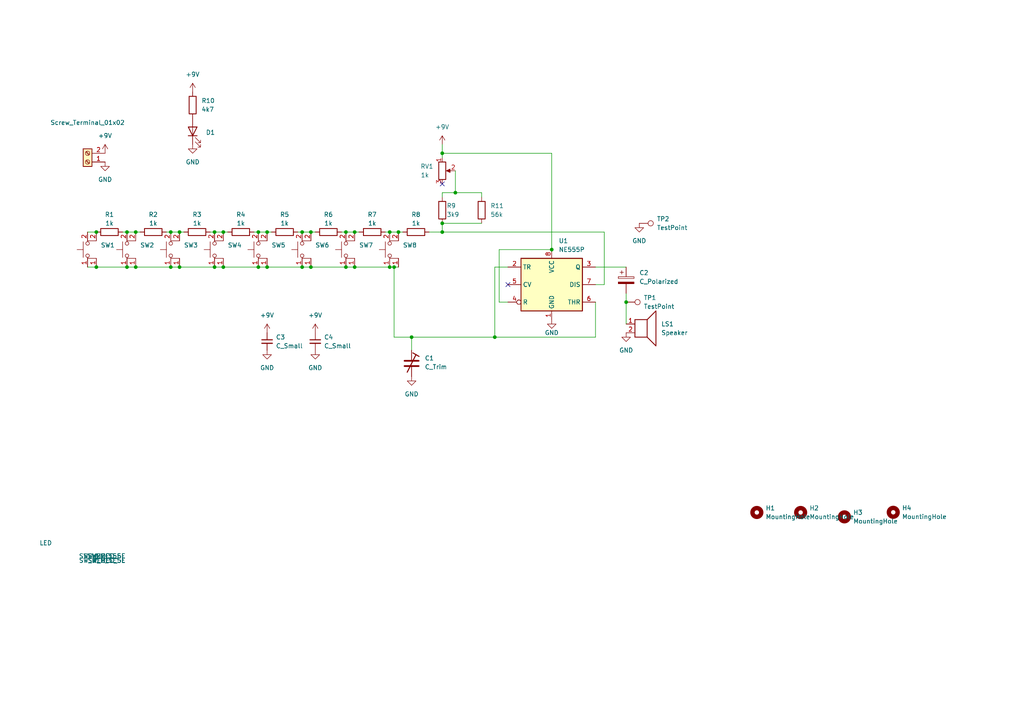
<source format=kicad_sch>
(kicad_sch (version 20230121) (generator eeschema)
  (paper "A4")
  (lib_symbols
    (symbol "Connector:Screw_Terminal_01x02" (pin_names (offset 1.016) hide)
      (property "Reference" "J" (at 0 2.54 0))
      (property "Value" "Screw_Terminal_01x02" (at 0 -5.08 0))
      (symbol "Screw_Terminal_01x02_1_1"
        (rectangle (start -1.27 1.27) (end 1.27 -3.81) (stroke (width 0.254)) (fill (type background)))
        (circle (center 0 -2.54) (radius 0.635) (stroke (width 0.1524)))
        (polyline (pts (xy -0.5334 -2.2098) (xy 0.3302 -3.048)) (stroke (width 0.1524)))
        (polyline (pts (xy -0.5334 0.3302) (xy 0.3302 -0.508)) (stroke (width 0.1524)))
        (polyline (pts (xy -0.3556 -2.032) (xy 0.508 -2.8702)) (stroke (width 0.1524)))
        (polyline (pts (xy -0.3556 0.508) (xy 0.508 -0.3302)) (stroke (width 0.1524)))
        (circle (center 0 0) (radius 0.635) (stroke (width 0.1524)))
        (pin passive line (at -5.08 0 0) (length 3.81) (name "Pin_1") (number "1"))
        (pin passive line (at -5.08 -2.54 0) (length 3.81) (name "Pin_2") (number "2"))
      )
    )
    (symbol "Connector:TestPoint" (pin_numbers hide) (pin_names (offset 0.762) hide)
      (property "Reference" "TP" (at 0 6.858 0))
      (property "Value" "TestPoint" (at 0 5.08 0))
      (symbol "TestPoint_0_1"
        (circle (center 0 3.302) (radius 0.762))
      )
      (symbol "TestPoint_1_1"
        (pin passive line (at 0 0 90) (length 2.54) (name "1") (number "1"))
      )
    )
    (symbol "Device:C_Polarized" (pin_numbers hide) (pin_names (offset 0.254))
      (property "Reference" "C" (at 0.635 2.54 0))
      (property "Value" "C_Polarized" (at 0.635 -2.54 0))
      (symbol "C_Polarized_0_1"
        (rectangle (start -2.286 0.508) (end 2.286 1.016))
        (polyline (pts (xy -1.778 2.286) (xy -0.762 2.286)))
        (polyline (pts (xy -1.27 2.794) (xy -1.27 1.778)))
        (rectangle (start 2.286 -0.508) (end -2.286 -1.016) (fill (type outline)))
      )
      (symbol "C_Polarized_1_1"
        (pin passive line (at 0 3.81 270) (length 2.794) (name "~") (number "1"))
        (pin passive line (at 0 -3.81 90) (length 2.794) (name "~") (number "2"))
      )
    )
    (symbol "Device:C_Small" (pin_numbers hide) (pin_names (offset 0.254) hide)
      (property "Reference" "C" (at 0.254 1.778 0))
      (property "Value" "C_Small" (at 0.254 -2.032 0))
      (symbol "C_Small_0_1"
        (polyline (pts (xy -1.524 -0.508) (xy 1.524 -0.508)) (stroke (width 0.3302)))
        (polyline (pts (xy -1.524 0.508) (xy 1.524 0.508)) (stroke (width 0.3048)))
      )
      (symbol "C_Small_1_1"
        (pin passive line (at 0 2.54 270) (length 2.032) (name "~") (number "1"))
        (pin passive line (at 0 -2.54 90) (length 2.032) (name "~") (number "2"))
      )
    )
    (symbol "Device:C_Trim" (pin_numbers hide) (pin_names (offset 0.254) hide)
      (property "Reference" "C" (at 1.524 -2.032 0))
      (property "Value" "C_Trim" (at 3.048 -3.556 0))
      (symbol "C_Trim_0_1"
        (polyline (pts (xy -2.032 -0.762) (xy 2.032 -0.762)) (stroke (width 0.508)))
        (polyline (pts (xy -2.032 0.762) (xy 2.032 0.762)) (stroke (width 0.508)))
        (polyline (pts (xy 1.27 2.54) (xy -1.27 -2.54)) (stroke (width 0.3048)))
        (polyline (pts (xy 1.27 2.54) (xy 0.381 3.048)) (stroke (width 0.3048)))
        (polyline (pts (xy 1.27 2.54) (xy 2.159 2.032)) (stroke (width 0.3048)))
      )
      (symbol "C_Trim_1_1"
        (pin passive line (at 0 3.81 270) (length 3.048) (name "~") (number "1"))
        (pin passive line (at 0 -3.81 90) (length 3.048) (name "~") (number "2"))
      )
    )
    (symbol "Device:LED" (pin_numbers hide) (pin_names (offset 1.016) hide)
      (property "Reference" "D" (at 0 2.54 0))
      (property "Value" "LED" (at 0 -2.54 0))
      (symbol "LED_0_1"
        (polyline (pts (xy -1.27 -1.27) (xy -1.27 1.27)) (stroke (width 0.254)))
        (polyline (pts (xy -1.27 0) (xy 1.27 0)))
        (polyline (pts (xy 1.27 -1.27) (xy 1.27 1.27) (xy -1.27 0) (xy 1.27 -1.27)) (stroke (width 0.254)))
        (polyline (pts (xy -3.048 -0.762) (xy -4.572 -2.286) (xy -3.81 -2.286) (xy -4.572 -2.286) (xy -4.572 -1.524)))
        (polyline (pts (xy -1.778 -0.762) (xy -3.302 -2.286) (xy -2.54 -2.286) (xy -3.302 -2.286) (xy -3.302 -1.524)))
      )
      (symbol "LED_1_1"
        (pin passive line (at -3.81 0 0) (length 2.54) (name "K") (number "1"))
        (pin passive line (at 3.81 0 180) (length 2.54) (name "A") (number "2"))
      )
    )
    (symbol "Device:R" (pin_numbers hide) (pin_names (offset 0))
      (property "Reference" "R" (at 2.032 0 90))
      (property "Value" "R" (at 0 0 90))
      (symbol "R_0_1"
        (rectangle (start -1.016 -2.54) (end 1.016 2.54) (stroke (width 0.254)))
      )
      (symbol "R_1_1"
        (pin passive line (at 0 3.81 270) (length 1.27) (name "~") (number "1"))
        (pin passive line (at 0 -3.81 90) (length 1.27) (name "~") (number "2"))
      )
    )
    (symbol "Device:R_Potentiometer" (pin_names (offset 1.016) hide)
      (property "Reference" "RV" (at -4.445 0 90))
      (property "Value" "R_Potentiometer" (at -2.54 0 90))
      (symbol "R_Potentiometer_0_1"
        (polyline (pts (xy 2.54 0) (xy 1.524 0)))
        (polyline (pts (xy 1.143 0) (xy 2.286 0.508) (xy 2.286 -0.508) (xy 1.143 0)) (fill (type outline)))
        (rectangle (start 1.016 2.54) (end -1.016 -2.54) (stroke (width 0.254)))
      )
      (symbol "R_Potentiometer_1_1"
        (pin passive line (at 0 3.81 270) (length 1.27) (name "1") (number "1"))
        (pin passive line (at 3.81 0 180) (length 1.27) (name "2") (number "2"))
        (pin passive line (at 0 -3.81 90) (length 1.27) (name "3") (number "3"))
      )
    )
    (symbol "Device:Speaker" (pin_names (offset 0) hide)
      (property "Reference" "LS" (at 1.27 5.715 0))
      (property "Value" "Speaker" (at 1.27 3.81 0))
      (symbol "Speaker_0_0"
        (rectangle (start -2.54 1.27) (end 1.016 -3.81) (stroke (width 0.254)))
        (polyline (pts (xy 1.016 1.27) (xy 3.556 3.81) (xy 3.556 -6.35) (xy 1.016 -3.81)) (stroke (width 0.254)))
      )
      (symbol "Speaker_1_1"
        (pin input line (at -5.08 0 0) (length 2.54) (name "1") (number "1"))
        (pin input line (at -5.08 -2.54 0) (length 2.54) (name "2") (number "2"))
      )
    )
    (symbol "Mechanical:MountingHole" (pin_names (offset 1.016))
      (property "Reference" "H" (at 0 5.08 0))
      (property "Value" "MountingHole" (at 0 3.175 0))
      (symbol "MountingHole_0_1"
        (circle (center 0 0) (radius 1.27) (stroke (width 1.27)))
      )
    )
    (symbol "Switch:SW_MEC_5E" (pin_names (offset 1.016) hide)
      (property "Reference" "SW?" (at 0 10.16 0))
      (property "Value" "SW_MEC_5E" (at 0 7.62 0))
      (symbol "SW_MEC_5E_0_1"
        (circle (center -1.778 2.54) (radius 0.508))
        (polyline (pts (xy -2.286 3.81) (xy 2.286 3.81)))
        (polyline (pts (xy 0 3.81) (xy 0 5.588)))
        (polyline (pts (xy -2.54 0) (xy -2.54 2.54) (xy -2.286 2.54)))
        (polyline (pts (xy 2.54 0) (xy 2.54 2.54) (xy 2.286 2.54)))
        (circle (center 1.778 2.54) (radius 0.508))
        (pin passive line (at -5.08 0 0) (length 2.54) (name "1") (number "1"))
        (pin passive line (at -5.08 2.54 0) (length 2.54) (name "1") (number "1"))
        (pin passive line (at 5.08 0 180) (length 2.54) (name "2") (number "2"))
        (pin passive line (at 5.08 2.54 180) (length 2.54) (name "2") (number "2"))
      )
    )
    (symbol "Timer:NE555P"
      (property "Reference" "U" (at -10.16 8.89 0))
      (property "Value" "NE555P" (at 2.54 8.89 0))
      (symbol "NE555P_0_0"
        (pin power_in line (at 0 -10.16 90) (length 2.54) (name "GND") (number "1"))
        (pin power_in line (at 0 10.16 270) (length 2.54) (name "VCC") (number "8"))
      )
      (symbol "NE555P_0_1"
        (rectangle (start -8.89 -7.62) (end 8.89 7.62) (stroke (width 0.254)) (fill (type background)))
        (rectangle (start -8.89 -7.62) (end 8.89 7.62) (stroke (width 0.254)) (fill (type background)))
      )
      (symbol "NE555P_1_1"
        (pin input line (at -12.7 5.08 0) (length 3.81) (name "TR") (number "2"))
        (pin output line (at 12.7 5.08 180) (length 3.81) (name "Q") (number "3"))
        (pin input inverted (at -12.7 -5.08 0) (length 3.81) (name "R") (number "4"))
        (pin input line (at -12.7 0 0) (length 3.81) (name "CV") (number "5"))
        (pin input line (at 12.7 -5.08 180) (length 3.81) (name "THR") (number "6"))
        (pin input line (at 12.7 0 180) (length 3.81) (name "DIS") (number "7"))
      )
    )
    (symbol "power:+9V" (power) (pin_names (offset 0))
      (property "Value" "+9V" (at 0 3.556 0))
      (symbol "+9V_0_1"
        (polyline (pts (xy -0.762 1.27) (xy 0 2.54)))
        (polyline (pts (xy 0 0) (xy 0 2.54)))
        (polyline (pts (xy 0 2.54) (xy 0.762 1.27)))
      )
      (symbol "+9V_1_1"
        (pin power_in line (at 0 0 90) (length 0) hide (name "+9V") (number "1"))
      )
    )
    (symbol "power:GND" (power) (pin_names (offset 0))
      (property "Value" "GND" (at 0 -3.81 0))
      (symbol "GND_0_1"
        (polyline (pts (xy 0 0) (xy 0 -1.27) (xy 1.27 -1.27) (xy 0 -2.54) (xy -1.27 -1.27) (xy 0 -1.27)))
      )
      (symbol "GND_1_1"
        (pin power_in line (at 0 0 270) (length 0) hide (name "GND") (number "1"))
      )
    )
  )
  (junction (at 128.27 44.45))
  (junction (at 74.93 77.47))
  (junction (at 128.27 67.31))
  (junction (at 90.17 77.47))
  (junction (at 100.33 67.31))
  (junction (at 27.94 77.47))
  (junction (at 119.38 97.79))
  (junction (at 62.23 67.31))
  (junction (at 114.3 77.47))
  (junction (at 27.94 67.31))
  (junction (at 49.53 67.31))
  (junction (at 62.23 77.47))
  (junction (at 39.37 77.47))
  (junction (at 115.57 67.31))
  (junction (at 49.53 77.47))
  (junction (at 36.83 67.31))
  (junction (at 87.63 67.31))
  (junction (at 87.63 77.47))
  (junction (at 128.27 64.77))
  (junction (at 52.07 67.31))
  (junction (at 132.08 55.88))
  (junction (at 160.02 72.39))
  (junction (at 113.03 67.31))
  (junction (at 64.77 67.31))
  (junction (at 36.83 77.47))
  (junction (at 181.61 87.63))
  (junction (at 102.87 77.47))
  (junction (at 77.47 77.47))
  (junction (at 113.03 77.47))
  (junction (at 102.87 67.31))
  (junction (at 90.17 67.31))
  (junction (at 100.33 77.47))
  (junction (at 52.07 77.47))
  (junction (at 74.93 67.31))
  (junction (at 143.51 97.79))
  (junction (at 77.47 67.31))
  (junction (at 39.37 67.31))
  (junction (at 64.77 77.47))
  (no_connect (at 128.27 53.34))
  (no_connect (at 147.32 82.55))
  (wire (pts (xy 64.77 77.47) (xy 74.93 77.47)))
  (wire (pts (xy 25.4 67.31) (xy 27.94 67.31)))
  (wire (pts (xy 36.83 67.31) (xy 39.37 67.31)))
  (wire (pts (xy 144.78 72.39) (xy 160.02 72.39)))
  (wire (pts (xy 144.78 87.63) (xy 144.78 72.39)))
  (wire (pts (xy 147.32 77.47) (xy 143.51 77.47)))
  (wire (pts (xy 114.3 77.47) (xy 114.3 97.79)))
  (wire (pts (xy 175.26 67.31) (xy 175.26 82.55)))
  (wire (pts (xy 60.96 67.31) (xy 62.23 67.31)))
  (wire (pts (xy 52.07 67.31) (xy 53.34 67.31)))
  (wire (pts (xy 128.27 55.88) (xy 128.27 57.15)))
  (wire (pts (xy 128.27 44.45) (xy 160.02 44.45)))
  (wire (pts (xy 143.51 97.79) (xy 172.72 97.79)))
  (wire (pts (xy 49.53 77.47) (xy 52.07 77.47)))
  (wire (pts (xy 128.27 41.91) (xy 128.27 44.45)))
  (wire (pts (xy 48.26 67.31) (xy 49.53 67.31)))
  (wire (pts (xy 132.08 49.53) (xy 132.08 55.88)))
  (wire (pts (xy 73.66 67.31) (xy 74.93 67.31)))
  (wire (pts (xy 119.38 101.6) (xy 119.38 97.79)))
  (wire (pts (xy 114.3 77.47) (xy 115.57 77.47)))
  (wire (pts (xy 35.56 67.31) (xy 36.83 67.31)))
  (wire (pts (xy 102.87 67.31) (xy 104.14 67.31)))
  (wire (pts (xy 102.87 77.47) (xy 113.03 77.47)))
  (wire (pts (xy 181.61 85.09) (xy 181.61 87.63)))
  (wire (pts (xy 115.57 67.31) (xy 116.84 67.31)))
  (wire (pts (xy 128.27 44.45) (xy 128.27 45.72)))
  (wire (pts (xy 113.03 77.47) (xy 114.3 77.47)))
  (wire (pts (xy 74.93 77.47) (xy 77.47 77.47)))
  (wire (pts (xy 77.47 67.31) (xy 78.74 67.31)))
  (wire (pts (xy 128.27 67.31) (xy 175.26 67.31)))
  (wire (pts (xy 172.72 82.55) (xy 175.26 82.55)))
  (wire (pts (xy 128.27 64.77) (xy 128.27 67.31)))
  (wire (pts (xy 25.4 77.47) (xy 27.94 77.47)))
  (wire (pts (xy 90.17 77.47) (xy 100.33 77.47)))
  (wire (pts (xy 114.3 97.79) (xy 119.38 97.79)))
  (wire (pts (xy 160.02 44.45) (xy 160.02 72.39)))
  (wire (pts (xy 49.53 67.31) (xy 52.07 67.31)))
  (wire (pts (xy 90.17 67.31) (xy 91.44 67.31)))
  (wire (pts (xy 77.47 77.47) (xy 87.63 77.47)))
  (wire (pts (xy 74.93 67.31) (xy 77.47 67.31)))
  (wire (pts (xy 132.08 55.88) (xy 128.27 55.88)))
  (wire (pts (xy 128.27 64.77) (xy 139.7 64.77)))
  (wire (pts (xy 111.76 67.31) (xy 113.03 67.31)))
  (wire (pts (xy 62.23 67.31) (xy 64.77 67.31)))
  (wire (pts (xy 27.94 77.47) (xy 36.83 77.47)))
  (wire (pts (xy 86.36 67.31) (xy 87.63 67.31)))
  (wire (pts (xy 62.23 77.47) (xy 64.77 77.47)))
  (wire (pts (xy 99.06 67.31) (xy 100.33 67.31)))
  (wire (pts (xy 87.63 77.47) (xy 90.17 77.47)))
  (wire (pts (xy 39.37 67.31) (xy 40.64 67.31)))
  (wire (pts (xy 172.72 77.47) (xy 181.61 77.47)))
  (wire (pts (xy 113.03 67.31) (xy 115.57 67.31)))
  (wire (pts (xy 139.7 55.88) (xy 139.7 57.15)))
  (wire (pts (xy 52.07 77.47) (xy 62.23 77.47)))
  (wire (pts (xy 100.33 77.47) (xy 102.87 77.47)))
  (wire (pts (xy 36.83 77.47) (xy 39.37 77.47)))
  (wire (pts (xy 119.38 97.79) (xy 143.51 97.79)))
  (wire (pts (xy 143.51 77.47) (xy 143.51 97.79)))
  (wire (pts (xy 64.77 67.31) (xy 66.04 67.31)))
  (wire (pts (xy 87.63 67.31) (xy 90.17 67.31)))
  (wire (pts (xy 147.32 87.63) (xy 144.78 87.63)))
  (wire (pts (xy 39.37 77.47) (xy 49.53 77.47)))
  (wire (pts (xy 100.33 67.31) (xy 102.87 67.31)))
  (wire (pts (xy 124.46 67.31) (xy 128.27 67.31)))
  (wire (pts (xy 181.61 87.63) (xy 181.61 93.98)))
  (wire (pts (xy 132.08 55.88) (xy 139.7 55.88)))
  (wire (pts (xy 172.72 97.79) (xy 172.72 87.63)))
  (symbol (lib_id "power:GND") (at 30.48 46.99 0) (unit 1)
    (property "Reference" "#PWR02" (effects hide))
    (property "Value" "GND" (at 30.48 52.07 0))
  )
  (symbol (lib_id "power:+9V") (at 30.48 44.45 0) (unit 1)
    (property "Reference" "#PWR01" (effects hide))
    (property "Value" "+9V" (at 30.48 39.37 0))
  )
  (symbol (lib_id "Switch:SW_MEC_5E") (at 102.87 72.39 90) (unit 1)
    (property "Reference" "SW7" (at 104.14 71.1199 90) (effects (justify right)))
    (property "Value" "SW_MEC_5E" (at 25.4 162.56 90) (effects (justify right)))
    (property "Footprint" "Button_Switch_THT:SW_PUSH_6mm_H8mm" (effects hide))
    (property "Datasheet" "http://www.apem.com/int/index.php?controller=attachment&id_attachment=1371" (effects hide))
  )
  (symbol (lib_id "Mechanical:MountingHole") (at 244.9172 149.9091 0) (unit 1)
    (property "Reference" "H3" (at 247.4572 148.639 0) (effects (justify left)))
    (property "Value" "MountingHole" (at 247.4572 151.179 0) (effects (justify left)))
    (property "Footprint" "MountingHole:MountingHole_2.7mm" (effects hide))
  )
  (symbol (lib_id "Switch:SW_MEC_5E") (at 115.57 72.39 90) (unit 1)
    (property "Reference" "SW8" (at 116.84 71.1199 90) (effects (justify right)))
    (property "Value" "SW_MEC_5E" (at 25.4 162.56 90) (effects (justify right)))
    (property "Footprint" "Button_Switch_THT:SW_PUSH_6mm_H8mm" (effects hide))
    (property "Datasheet" "http://www.apem.com/int/index.php?controller=attachment&id_attachment=1371" (effects hide))
  )
  (symbol (lib_id "Device:R") (at 82.55 67.31 90) (unit 1)
    (property "Reference" "R5" (at 82.55 62.23 90))
    (property "Value" "1k" (at 82.55 64.77 90))
    (property "Footprint" "Resistor_THT:R_Axial_DIN0204_L3.6mm_D1.6mm_P7.62mm_Horizontal" (effects hide))
  )
  (symbol (lib_id "power:GND") (at 119.38 109.22 0) (unit 1)
    (property "Reference" "#PWR03" (effects hide))
    (property "Value" "GND" (at 119.38 114.3 0))
  )
  (symbol (lib_id "Mechanical:MountingHole") (at 259.08 148.59 0) (unit 1)
    (property "Reference" "H4" (at 261.62 147.3199 0) (effects (justify left)))
    (property "Value" "MountingHole" (at 261.62 149.8599 0) (effects (justify left)))
    (property "Footprint" "MountingHole:MountingHole_2.7mm" (effects hide))
  )
  (symbol (lib_id "Device:LED") (at 55.88 38.1 90) (unit 1)
    (property "Reference" "D1" (at 59.69 38.4174 90) (effects (justify right)))
    (property "Value" "LED" (at 11.43 157.48 90) (effects (justify right)))
    (property "Footprint" "LED_THT:LED_D3.0mm" (effects hide))
  )
  (symbol (lib_id "Switch:SW_MEC_5E") (at 27.94 72.39 90) (unit 1)
    (property "Reference" "SW1" (at 29.21 71.1199 90) (effects (justify right)))
    (property "Value" "SW_MEC_5E" (at 22.86 161.29 90) (effects (justify right)))
    (property "Footprint" "Button_Switch_THT:SW_PUSH_6mm_H8mm" (effects hide))
    (property "Datasheet" "http://www.apem.com/int/index.php?controller=attachment&id_attachment=1371" (effects hide))
  )
  (symbol (lib_id "power:GND") (at 185.42 64.77 0) (unit 1)
    (property "Reference" "#PWR013" (effects hide))
    (property "Value" "GND" (at 185.42 69.85 0))
  )
  (symbol (lib_id "Device:R") (at 57.15 67.31 90) (unit 1)
    (property "Reference" "R3" (at 57.15 62.23 90))
    (property "Value" "1k" (at 57.15 64.77 90))
    (property "Footprint" "Resistor_THT:R_Axial_DIN0204_L3.6mm_D1.6mm_P7.62mm_Horizontal" (effects hide))
  )
  (symbol (lib_id "power:+9V") (at 128.27 41.91 0) (unit 1)
    (property "Reference" "#PWR04" (effects hide))
    (property "Value" "+9V" (at 128.27 36.83 0))
  )
  (symbol (lib_id "Device:R") (at 139.7 60.96 0) (unit 1)
    (property "Reference" "R11" (at 142.24 59.6899 0) (effects (justify left)))
    (property "Value" "56k" (at 142.24 62.2299 0) (effects (justify left)))
    (property "Footprint" "Resistor_THT:R_Axial_DIN0204_L3.6mm_D1.6mm_P7.62mm_Horizontal" (effects hide))
  )
  (symbol (lib_id "Device:C_Polarized") (at 181.61 81.28 0) (unit 1)
    (property "Reference" "C2" (at 185.42 79.1209 0) (effects (justify left)))
    (property "Value" "C_Polarized" (at 185.42 81.6609 0) (effects (justify left)))
    (property "Footprint" "Capacitor_THT:C_Radial_D10.0mm_H12.5mm_P5.00mm" (effects hide))
  )
  (symbol (lib_id "power:GND") (at 160.02 92.71 0) (unit 1)
    (property "Reference" "#PWR05" (effects hide))
    (property "Value" "GND" (at 160.02 96.52 0))
  )
  (symbol (lib_id "Device:R") (at 120.65 67.31 90) (unit 1)
    (property "Reference" "R8" (at 120.65 62.23 90))
    (property "Value" "1k" (at 120.65 64.77 90))
    (property "Footprint" "Resistor_THT:R_Axial_DIN0204_L3.6mm_D1.6mm_P7.62mm_Horizontal" (effects hide))
  )
  (symbol (lib_id "Timer:NE555P") (at 160.02 82.55 0) (unit 1)
    (property "Reference" "U1" (at 162.0394 69.85 0) (effects (justify left)))
    (property "Value" "NE555P" (at 162.0394 72.39 0) (effects (justify left)))
    (property "Footprint" "Package_DIP:DIP-8_W7.62mm_Socket" (effects hide))
    (property "Datasheet" "http://www.ti.com/lit/ds/symlink/ne555.pdf" (effects hide))
  )
  (symbol (lib_id "Device:C_Small") (at 77.47 99.06 0) (unit 1)
    (property "Reference" "C3" (at 80.01 97.7962 0) (effects (justify left)))
    (property "Value" "C_Small" (at 80.01 100.3362 0) (effects (justify left)))
    (property "Footprint" "Capacitor_THT:C_Disc_D5.0mm_W2.5mm_P2.50mm" (effects hide))
  )
  (symbol (lib_id "power:GND") (at 91.44 101.6 0) (unit 1)
    (property "Reference" "#PWR012" (effects hide))
    (property "Value" "GND" (at 91.44 106.68 0))
  )
  (symbol (lib_id "Device:C_Small") (at 91.44 99.06 0) (unit 1)
    (property "Reference" "C4" (at 93.98 97.7962 0) (effects (justify left)))
    (property "Value" "C_Small" (at 93.98 100.3362 0) (effects (justify left)))
    (property "Footprint" "Capacitor_THT:C_Disc_D7.0mm_W2.5mm_P5.00mm" (effects hide))
  )
  (symbol (lib_id "Device:R") (at 55.88 30.48 180) (unit 1)
    (property "Reference" "R10" (at 58.42 29.2099 0) (effects (justify right)))
    (property "Value" "4k7" (at 58.42 31.7499 0) (effects (justify right)))
    (property "Footprint" "Resistor_THT:R_Axial_DIN0204_L3.6mm_D1.6mm_P7.62mm_Horizontal" (effects hide))
  )
  (symbol (lib_id "Switch:SW_MEC_5E") (at 77.47 72.39 90) (unit 1)
    (property "Reference" "SW5" (at 78.74 71.1199 90) (effects (justify right)))
    (property "Value" "SW_MEC_5E" (at 25.4 161.29 90) (effects (justify right)))
    (property "Footprint" "Button_Switch_THT:SW_PUSH_6mm_H8mm" (effects hide))
    (property "Datasheet" "http://www.apem.com/int/index.php?controller=attachment&id_attachment=1371" (effects hide))
  )
  (symbol (lib_id "power:+9V") (at 91.44 96.52 0) (unit 1)
    (property "Reference" "#PWR011" (effects hide))
    (property "Value" "+9V" (at 91.44 91.44 0))
  )
  (symbol (lib_id "power:GND") (at 181.61 96.52 0) (unit 1)
    (property "Reference" "#PWR06" (effects hide))
    (property "Value" "GND" (at 181.61 101.6 0))
  )
  (symbol (lib_id "Device:R") (at 128.27 60.96 0) (unit 1)
    (property "Reference" "R9" (at 129.54 59.6901 0) (effects (justify left)))
    (property "Value" "3k9" (at 129.54 62.23 0) (effects (justify left)))
    (property "Footprint" "Resistor_THT:R_Axial_DIN0204_L3.6mm_D1.6mm_P7.62mm_Horizontal" (effects hide))
  )
  (symbol (lib_id "Device:R") (at 69.85 67.31 90) (unit 1)
    (property "Reference" "R4" (at 69.85 62.23 90))
    (property "Value" "1k" (at 69.85 64.77 90))
    (property "Footprint" "Resistor_THT:R_Axial_DIN0204_L3.6mm_D1.6mm_P7.62mm_Horizontal" (effects hide))
  )
  (symbol (lib_id "Device:Speaker") (at 186.69 93.98 0) (unit 1)
    (property "Reference" "LS1" (at 191.77 93.9799 0) (effects (justify left)))
    (property "Value" "Speaker" (at 191.77 96.5199 0) (effects (justify left)))
    (property "Footprint" "my_library:Speaker_botland" (effects hide))
  )
  (symbol (lib_id "Connector:Screw_Terminal_01x02") (at 25.4 46.99 180) (unit 1)
    (property "Reference" "J1" (at 27.94 162.56 0))
    (property "Value" "Screw_Terminal_01x02" (at 25.4 35.56 0))
    (property "Footprint" "TerminalBlock_Altech:Altech_AK300_1x02_P5.00mm_45-Degree" (effects hide))
  )
  (symbol (lib_id "Connector:TestPoint") (at 185.42 64.77 270) (unit 1)
    (property "Reference" "TP2" (at 190.5 63.4999 90) (effects (justify left)))
    (property "Value" "TestPoint" (at 190.5 66.0399 90) (effects (justify left)))
    (property "Footprint" "Connector_PinHeader_1.00mm:PinHeader_1x01_P1.00mm_Vertical" (effects hide))
  )
  (symbol (lib_id "power:+9V") (at 77.47 96.52 0) (unit 1)
    (property "Reference" "#PWR09" (effects hide))
    (property "Value" "+9V" (at 77.47 91.44 0))
  )
  (symbol (lib_id "Mechanical:MountingHole") (at 219.5172 148.6391 0) (unit 1)
    (property "Reference" "H1" (at 222.0572 147.369 0) (effects (justify left)))
    (property "Value" "MountingHole" (at 222.0572 149.909 0) (effects (justify left)))
    (property "Footprint" "MountingHole:MountingHole_2.7mm" (effects hide))
  )
  (symbol (lib_id "Device:R") (at 107.95 67.31 90) (unit 1)
    (property "Reference" "R7" (at 107.95 62.23 90))
    (property "Value" "1k" (at 107.95 64.77 90))
    (property "Footprint" "Resistor_THT:R_Axial_DIN0204_L3.6mm_D1.6mm_P7.62mm_Horizontal" (effects hide))
  )
  (symbol (lib_id "power:+9V") (at 55.88 26.67 0) (unit 1)
    (property "Reference" "#PWR07" (effects hide))
    (property "Value" "+9V" (at 55.88 21.59 0))
  )
  (symbol (lib_id "power:GND") (at 77.47 101.6 0) (unit 1)
    (property "Reference" "#PWR010" (effects hide))
    (property "Value" "GND" (at 77.47 106.68 0))
  )
  (symbol (lib_id "Switch:SW_MEC_5E") (at 39.37 72.39 90) (unit 1)
    (property "Reference" "SW2" (at 40.64 71.1199 90) (effects (justify right)))
    (property "Value" "SW_MEC_5E" (at 22.86 162.56 90) (effects (justify right)))
    (property "Footprint" "Button_Switch_THT:SW_PUSH_6mm_H8mm" (effects hide))
    (property "Datasheet" "http://www.apem.com/int/index.php?controller=attachment&id_attachment=1371" (effects hide))
  )
  (symbol (lib_id "Switch:SW_MEC_5E") (at 52.07 72.39 90) (unit 1)
    (property "Reference" "SW3" (at 53.34 71.1199 90) (effects (justify right)))
    (property "Value" "SW_MEC_5E" (at 24.13 161.29 90) (effects (justify right)))
    (property "Footprint" "Button_Switch_THT:SW_PUSH_6mm_H8mm" (effects hide))
    (property "Datasheet" "http://www.apem.com/int/index.php?controller=attachment&id_attachment=1371" (effects hide))
  )
  (symbol (lib_id "Device:R_Potentiometer") (at 128.27 49.53 0) (unit 1)
    (property "Reference" "RV1" (at 125.73 48.2599 0) (effects (justify right)))
    (property "Value" "1k" (at 124.46 50.8 0) (effects (justify right)))
    (property "Footprint" "Potentiometer_THT:Potentiometer_Alps_RK163_Single_Horizontal" (effects hide))
  )
  (symbol (lib_id "Switch:SW_MEC_5E") (at 64.77 72.39 90) (unit 1)
    (property "Reference" "SW4" (at 66.04 71.1199 90) (effects (justify right)))
    (property "Value" "SW_MEC_5E" (at 25.4 162.56 90) (effects (justify right)))
    (property "Footprint" "Button_Switch_THT:SW_PUSH_6mm_H8mm" (effects hide))
    (property "Datasheet" "http://www.apem.com/int/index.php?controller=attachment&id_attachment=1371" (effects hide))
  )
  (symbol (lib_id "Device:C_Trim") (at 119.38 105.41 0) (unit 1)
    (property "Reference" "C1" (at 123.19 103.8859 0) (effects (justify left)))
    (property "Value" "C_Trim" (at 123.19 106.4259 0) (effects (justify left)))
    (property "Footprint" "Capacitor_THT:C_Radial_D10.0mm_H12.5mm_P5.00mm" (effects hide))
  )
  (symbol (lib_id "Connector:TestPoint") (at 181.61 87.63 270) (unit 1)
    (property "Reference" "TP1" (at 186.69 86.3599 90) (effects (justify left)))
    (property "Value" "TestPoint" (at 186.69 88.8999 90) (effects (justify left)))
    (property "Footprint" "Connector_PinHeader_1.00mm:PinHeader_1x01_P1.00mm_Vertical" (effects hide))
  )
  (symbol (lib_id "Switch:SW_MEC_5E") (at 90.17 72.39 90) (unit 1)
    (property "Reference" "SW6" (at 91.44 71.1199 90) (effects (justify right)))
    (property "Value" "SW_MEC_5E" (at 25.4 161.29 90) (effects (justify right)))
    (property "Footprint" "Button_Switch_THT:SW_PUSH_6mm_H8mm" (effects hide))
    (property "Datasheet" "http://www.apem.com/int/index.php?controller=attachment&id_attachment=1371" (effects hide))
  )
  (symbol (lib_id "Device:R") (at 44.45 67.31 90) (unit 1)
    (property "Reference" "R2" (at 44.45 62.23 90))
    (property "Value" "1k" (at 44.45 64.77 90))
    (property "Footprint" "Resistor_THT:R_Axial_DIN0204_L3.6mm_D1.6mm_P7.62mm_Horizontal" (effects hide))
  )
  (symbol (lib_id "Device:R") (at 31.75 67.31 90) (unit 1)
    (property "Reference" "R1" (at 31.75 62.23 90))
    (property "Value" "1k" (at 31.75 64.77 90))
    (property "Footprint" "Resistor_THT:R_Axial_DIN0204_L3.6mm_D1.6mm_P7.62mm_Horizontal" (effects hide))
  )
  (symbol (lib_id "Mechanical:MountingHole") (at 232.2172 148.6391 0) (unit 1)
    (property "Reference" "H2" (at 234.7572 147.369 0) (effects (justify left)))
    (property "Value" "MountingHole" (at 234.7572 149.909 0) (effects (justify left)))
    (property "Footprint" "MountingHole:MountingHole_2.7mm" (effects hide))
  )
  (symbol (lib_id "Device:R") (at 95.25 67.31 270) (unit 1)
    (property "Reference" "R6" (at 95.25 62.23 90))
    (property "Value" "1k" (at 95.25 64.77 90))
    (property "Footprint" "Resistor_THT:R_Axial_DIN0204_L3.6mm_D1.6mm_P7.62mm_Horizontal" (effects hide))
  )
  (symbol (lib_id "power:GND") (at 55.88 41.91 0) (unit 1)
    (property "Reference" "#PWR08" (effects hide))
    (property "Value" "GND" (at 55.88 46.99 0))
  )
)
</source>
